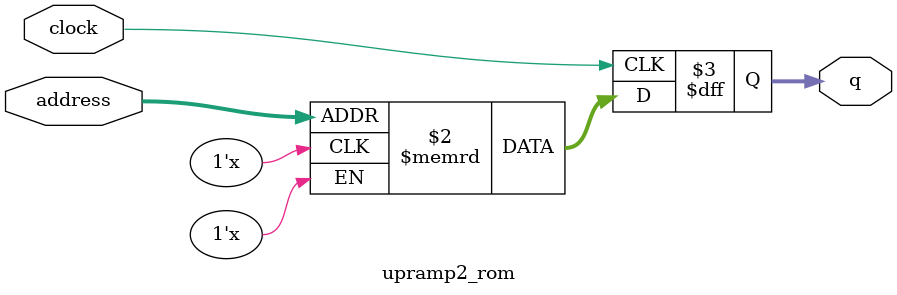
<source format=sv>
module upramp2_rom (
	input logic clock,
	input logic [9:0] address,
	output logic [3:0] q
);

logic [3:0] memory [0:1023] /* synthesis ram_init_file = "./upramp2/upramp2.mif" */;

always_ff @ (posedge clock) begin
	q <= memory[address];
end

endmodule

</source>
